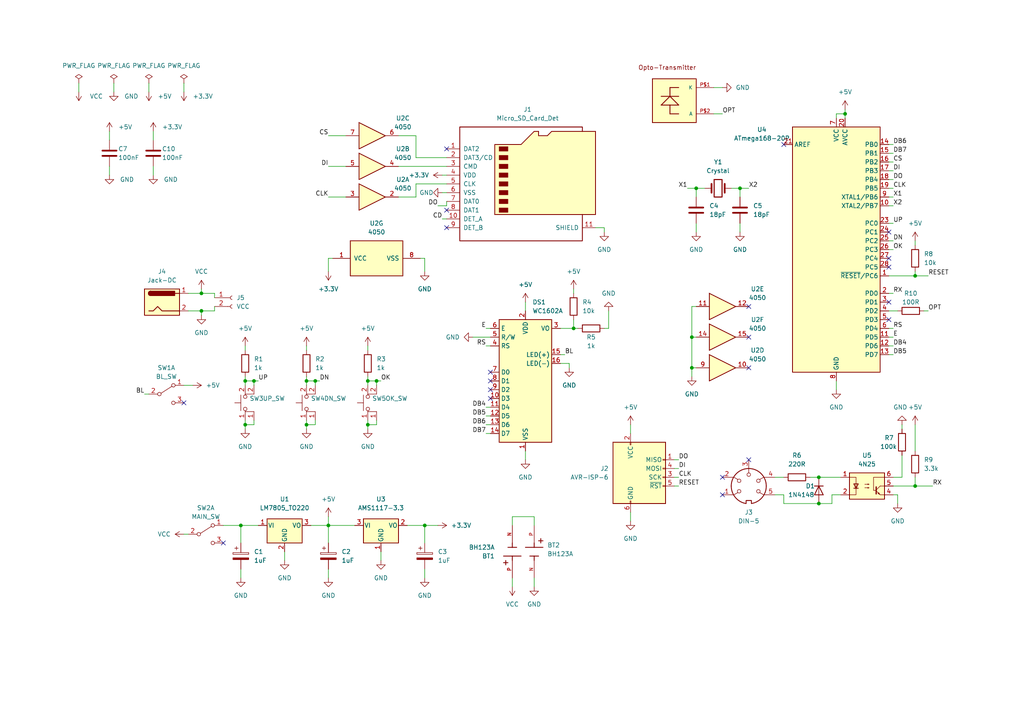
<source format=kicad_sch>
(kicad_sch (version 20211123) (generator eeschema)
  (paper "A4")
  (lib_symbols
    (symbol "4xxx:4050" (pin_names (offset 1.016))
      (property "Reference" "U" (at 0 1.27 0))
      (property "Value" "4050" (at 0 -1.27 0))
      (symbol "4050_1_0"
        (pin output line (at 7.62 0 180) (length 3.81) (name "~") (number "2"))
        (pin input line (at -7.62 0 0) (length 3.81) (name "~") (number "3"))
      )
      (symbol "4050_2_0"
        (pin output line (at 7.62 0 180) (length 3.81) (name "~") (number "4"))
        (pin input line (at -7.62 0 0) (length 3.81) (name "~") (number "5"))
      )
      (symbol "4050_3_0"
        (pin output line (at 7.62 0 180) (length 3.81) (name "~") (number "6"))
        (pin input line (at -7.62 0 0) (length 3.81) (name "~") (number "7"))
      )
      (symbol "4050_4_0"
        (pin output line (at 7.62 0 180) (length 3.81) (name "~") (number "10"))
        (pin input line (at -7.62 0 0) (length 3.81) (name "~") (number "9"))
      )
      (symbol "4050_5_0"
        (pin input line (at -7.62 0 0) (length 3.81) (name "~") (number "11"))
        (pin output line (at 7.62 0 180) (length 3.81) (name "~") (number "12"))
      )
      (symbol "4050_6_0"
        (pin input line (at -7.62 0 0) (length 3.81) (name "~") (number "14"))
        (pin output line (at 7.62 0 180) (length 3.81) (name "~") (number "15"))
      )
      (symbol "4050_7_0"
        (pin power_in line (at 0 12.7 270) (length 5.08) (name "VCC") (number "1"))
        (pin power_in line (at 0 -12.7 90) (length 5.08) (name "VSS") (number "8"))
      )
    )
    (symbol "BH123A:BH123A" (pin_names (offset 1.016) hide)
      (property "Reference" "BT" (at -3.81 3.81 0))
      (property "Value" "BH123A" (at -3.81 -5.08 0))
      (symbol "BH123A_0_0"
        (pin passive line (at 7.62 0 180) (length 5.08) (name "~") (number "N"))
        (pin passive line (at -7.62 0 0) (length 5.08) (name "~") (number "P"))
      )
    )
    (symbol "Connector:AVR-ISP-6" (pin_names (offset 1.016))
      (property "Reference" "J" (at -6.35 11.43 0))
      (property "Value" "AVR-ISP-6" (at 0 11.43 0))
      (symbol "AVR-ISP-6_1_1"
        (pin passive line (at 10.16 5.08 180) (length 2.54) (name "MISO") (number "1"))
        (pin passive line (at -2.54 12.7 270) (length 2.54) (name "VCC") (number "2"))
        (pin passive line (at 10.16 0 180) (length 2.54) (name "SCK") (number "3"))
        (pin passive line (at 10.16 2.54 180) (length 2.54) (name "MOSI") (number "4"))
        (pin passive line (at 10.16 -2.54 180) (length 2.54) (name "~{RST}") (number "5"))
        (pin passive line (at -2.54 -10.16 90) (length 2.54) (name "GND") (number "6"))
      )
    )
    (symbol "Connector:Conn_01x02_Female" (pin_names (offset 1.016) hide)
      (property "Reference" "J" (at 0 2.54 0))
      (property "Value" "Conn_01x02_Female" (at 0 -5.08 0))
      (symbol "Conn_01x02_Female_1_1"
        (pin passive line (at -5.08 0 0) (length 3.81) (name "Pin_1") (number "1"))
        (pin passive line (at -5.08 -2.54 0) (length 3.81) (name "Pin_2") (number "2"))
      )
    )
    (symbol "Connector:DIN-5" (pin_names (offset 1.016))
      (property "Reference" "J" (at 3.175 5.715 0))
      (property "Value" "DIN-5" (at 0 -6.35 0))
      (symbol "DIN-5_1_1"
        (pin passive line (at -7.62 -2.54 0) (length 2.54) (name "~") (number "1"))
        (pin passive line (at -7.62 2.54 0) (length 2.54) (name "~") (number "2"))
        (pin passive line (at 0 7.62 270) (length 2.54) (name "~") (number "3"))
        (pin passive line (at 7.62 2.54 180) (length 2.54) (name "~") (number "4"))
        (pin passive line (at 7.62 -2.54 180) (length 2.54) (name "~") (number "5"))
      )
    )
    (symbol "Connector:Jack-DC" (pin_names (offset 1.016))
      (property "Reference" "J" (at 0 5.334 0))
      (property "Value" "Jack-DC" (at 0 -5.08 0))
      (symbol "Jack-DC_1_1"
        (pin passive line (at 7.62 2.54 180) (length 2.54) (name "~") (number "1"))
        (pin passive line (at 7.62 -2.54 180) (length 2.54) (name "~") (number "2"))
      )
    )
    (symbol "Connector:Micro_SD_Card_Det" (pin_names (offset 1.016))
      (property "Reference" "J" (at -16.51 17.78 0))
      (property "Value" "Micro_SD_Card_Det" (at 16.51 17.78 0))
      (symbol "Micro_SD_Card_Det_1_1"
        (pin bidirectional line (at -22.86 10.16 0) (length 3.81) (name "DAT2") (number "1"))
        (pin passive line (at -22.86 -10.16 0) (length 3.81) (name "DET_A") (number "10"))
        (pin passive line (at 20.32 -12.7 180) (length 3.81) (name "SHIELD") (number "11"))
        (pin bidirectional line (at -22.86 7.62 0) (length 3.81) (name "DAT3/CD") (number "2"))
        (pin input line (at -22.86 5.08 0) (length 3.81) (name "CMD") (number "3"))
        (pin power_in line (at -22.86 2.54 0) (length 3.81) (name "VDD") (number "4"))
        (pin input line (at -22.86 0 0) (length 3.81) (name "CLK") (number "5"))
        (pin power_in line (at -22.86 -2.54 0) (length 3.81) (name "VSS") (number "6"))
        (pin bidirectional line (at -22.86 -5.08 0) (length 3.81) (name "DAT0") (number "7"))
        (pin bidirectional line (at -22.86 -7.62 0) (length 3.81) (name "DAT1") (number "8"))
        (pin passive line (at -22.86 -12.7 0) (length 3.81) (name "DET_B") (number "9"))
      )
    )
    (symbol "Device:C" (pin_numbers hide) (pin_names (offset 0.254))
      (property "Reference" "C" (at 0.635 2.54 0))
      (property "Value" "C" (at 0.635 -2.54 0))
      (symbol "C_1_1"
        (pin passive line (at 0 3.81 270) (length 2.794) (name "~") (number "1"))
        (pin passive line (at 0 -3.81 90) (length 2.794) (name "~") (number "2"))
      )
    )
    (symbol "Device:C_Polarized" (pin_numbers hide) (pin_names (offset 0.254))
      (property "Reference" "C" (at 0.635 2.54 0))
      (property "Value" "C_Polarized" (at 0.635 -2.54 0))
      (symbol "C_Polarized_1_1"
        (pin passive line (at 0 3.81 270) (length 2.794) (name "~") (number "1"))
        (pin passive line (at 0 -3.81 90) (length 2.794) (name "~") (number "2"))
      )
    )
    (symbol "Device:Crystal" (pin_numbers hide) (pin_names (offset 1.016) hide)
      (property "Reference" "Y" (at 0 3.81 0))
      (property "Value" "Crystal" (at 0 -3.81 0))
      (symbol "Crystal_1_1"
        (pin passive line (at -3.81 0 0) (length 1.27) (name "1") (number "1"))
        (pin passive line (at 3.81 0 180) (length 1.27) (name "2") (number "2"))
      )
    )
    (symbol "Device:R" (pin_numbers hide) (pin_names (offset 0))
      (property "Reference" "R" (at 2.032 0 90))
      (property "Value" "R" (at 0 0 90))
      (symbol "R_1_1"
        (pin passive line (at 0 3.81 270) (length 1.27) (name "~") (number "1"))
        (pin passive line (at 0 -3.81 90) (length 1.27) (name "~") (number "2"))
      )
    )
    (symbol "Diode:1N4148" (pin_numbers hide) (pin_names (offset 1.016) hide)
      (property "Reference" "D" (at 0 2.54 0))
      (property "Value" "1N4148" (at 0 -2.54 0))
      (symbol "1N4148_1_1"
        (pin passive line (at -3.81 0 0) (length 2.54) (name "K") (number "1"))
        (pin passive line (at 3.81 0 180) (length 2.54) (name "A") (number "2"))
      )
    )
    (symbol "Display_Character:WC1602A"
      (property "Reference" "DS" (at -5.842 19.05 0))
      (property "Value" "WC1602A" (at 5.334 19.05 0))
      (symbol "WC1602A_1_1"
        (pin power_in line (at 0 -20.32 90) (length 2.54) (name "VSS") (number "1"))
        (pin input line (at -10.16 -5.08 0) (length 2.54) (name "D3") (number "10"))
        (pin input line (at -10.16 -7.62 0) (length 2.54) (name "D4") (number "11"))
        (pin input line (at -10.16 -10.16 0) (length 2.54) (name "D5") (number "12"))
        (pin input line (at -10.16 -12.7 0) (length 2.54) (name "D6") (number "13"))
        (pin input line (at -10.16 -15.24 0) (length 2.54) (name "D7") (number "14"))
        (pin power_in line (at 10.16 7.62 180) (length 2.54) (name "LED(+)") (number "15"))
        (pin power_in line (at 10.16 5.08 180) (length 2.54) (name "LED(-)") (number "16"))
        (pin power_in line (at 0 20.32 270) (length 2.54) (name "VDD") (number "2"))
        (pin input line (at 10.16 15.24 180) (length 2.54) (name "VO") (number "3"))
        (pin input line (at -10.16 10.16 0) (length 2.54) (name "RS") (number "4"))
        (pin input line (at -10.16 12.7 0) (length 2.54) (name "R/W") (number "5"))
        (pin input line (at -10.16 15.24 0) (length 2.54) (name "E") (number "6"))
        (pin input line (at -10.16 2.54 0) (length 2.54) (name "D0") (number "7"))
        (pin input line (at -10.16 0 0) (length 2.54) (name "D1") (number "8"))
        (pin input line (at -10.16 -2.54 0) (length 2.54) (name "D2") (number "9"))
      )
    )
    (symbol "IFE91A:IFE91A" (pin_names (offset 1.016))
      (symbol "IFE91A_0_0"
        (text "Opto-Transmitter" (at -7.62 -7.62 0) (effects (font (size 1.27 1.27)) (justify left bottom)))
        (pin bidirectional line (at -12.7 -2.54 0) (length 5.08) (name "K") (number "P$1"))
        (pin bidirectional line (at -12.7 5.08 0) (length 5.08) (name "A") (number "P$2"))
      )
    )
    (symbol "Isolator:4N25" (pin_names (offset 1.016))
      (property "Reference" "U" (at -5.08 5.08 0))
      (property "Value" "4N25" (at 0 5.08 0))
      (symbol "4N25_1_1"
        (pin passive line (at -7.62 2.54 0) (length 2.54) (name "~") (number "1"))
        (pin passive line (at -7.62 -2.54 0) (length 2.54) (name "~") (number "2"))
        (pin no_connect line (at -5.08 0 0) (length 2.54) hide (name "NC") (number "3"))
        (pin passive line (at 7.62 -2.54 180) (length 2.54) (name "~") (number "4"))
        (pin passive line (at 7.62 0 180) (length 2.54) (name "~") (number "5"))
        (pin passive line (at 7.62 2.54 180) (length 2.54) (name "~") (number "6"))
      )
    )
    (symbol "MCU_Microchip_ATmega:ATmega168-20P"
      (property "Reference" "U" (at -12.7 36.83 0))
      (property "Value" "ATmega168-20P" (at 2.54 -36.83 0))
      (symbol "ATmega168-20P_1_1"
        (pin bidirectional line (at 15.24 -7.62 180) (length 2.54) (name "~{RESET}/PC6") (number "1"))
        (pin bidirectional line (at 15.24 12.7 180) (length 2.54) (name "XTAL2/PB7") (number "10"))
        (pin bidirectional line (at 15.24 -25.4 180) (length 2.54) (name "PD5") (number "11"))
        (pin bidirectional line (at 15.24 -27.94 180) (length 2.54) (name "PD6") (number "12"))
        (pin bidirectional line (at 15.24 -30.48 180) (length 2.54) (name "PD7") (number "13"))
        (pin bidirectional line (at 15.24 30.48 180) (length 2.54) (name "PB0") (number "14"))
        (pin bidirectional line (at 15.24 27.94 180) (length 2.54) (name "PB1") (number "15"))
        (pin bidirectional line (at 15.24 25.4 180) (length 2.54) (name "PB2") (number "16"))
        (pin bidirectional line (at 15.24 22.86 180) (length 2.54) (name "PB3") (number "17"))
        (pin bidirectional line (at 15.24 20.32 180) (length 2.54) (name "PB4") (number "18"))
        (pin bidirectional line (at 15.24 17.78 180) (length 2.54) (name "PB5") (number "19"))
        (pin bidirectional line (at 15.24 -12.7 180) (length 2.54) (name "PD0") (number "2"))
        (pin power_in line (at 2.54 38.1 270) (length 2.54) (name "AVCC") (number "20"))
        (pin passive line (at -15.24 30.48 0) (length 2.54) (name "AREF") (number "21"))
        (pin passive line (at 0 -38.1 90) (length 2.54) hide (name "GND") (number "22"))
        (pin bidirectional line (at 15.24 7.62 180) (length 2.54) (name "PC0") (number "23"))
        (pin bidirectional line (at 15.24 5.08 180) (length 2.54) (name "PC1") (number "24"))
        (pin bidirectional line (at 15.24 2.54 180) (length 2.54) (name "PC2") (number "25"))
        (pin bidirectional line (at 15.24 0 180) (length 2.54) (name "PC3") (number "26"))
        (pin bidirectional line (at 15.24 -2.54 180) (length 2.54) (name "PC4") (number "27"))
        (pin bidirectional line (at 15.24 -5.08 180) (length 2.54) (name "PC5") (number "28"))
        (pin bidirectional line (at 15.24 -15.24 180) (length 2.54) (name "PD1") (number "3"))
        (pin bidirectional line (at 15.24 -17.78 180) (length 2.54) (name "PD2") (number "4"))
        (pin bidirectional line (at 15.24 -20.32 180) (length 2.54) (name "PD3") (number "5"))
        (pin bidirectional line (at 15.24 -22.86 180) (length 2.54) (name "PD4") (number "6"))
        (pin power_in line (at 0 38.1 270) (length 2.54) (name "VCC") (number "7"))
        (pin power_in line (at 0 -38.1 90) (length 2.54) (name "GND") (number "8"))
        (pin bidirectional line (at 15.24 15.24 180) (length 2.54) (name "XTAL1/PB6") (number "9"))
      )
    )
    (symbol "Regulator_Linear:AMS1117-3.3" (pin_names (offset 0.254))
      (property "Reference" "U" (at -3.81 3.175 0))
      (property "Value" "AMS1117-3.3" (at 0 3.175 0))
      (symbol "AMS1117-3.3_1_1"
        (pin power_in line (at 0 -7.62 90) (length 2.54) (name "GND") (number "1"))
        (pin power_out line (at 7.62 0 180) (length 2.54) (name "VO") (number "2"))
        (pin power_in line (at -7.62 0 0) (length 2.54) (name "VI") (number "3"))
      )
    )
    (symbol "Regulator_Linear:LM7805_TO220" (pin_names (offset 0.254))
      (property "Reference" "U" (at -3.81 3.175 0))
      (property "Value" "LM7805_TO220" (at 0 3.175 0))
      (symbol "LM7805_TO220_1_1"
        (pin power_in line (at -7.62 0 0) (length 2.54) (name "VI") (number "1"))
        (pin power_in line (at 0 -7.62 90) (length 2.54) (name "GND") (number "2"))
        (pin power_out line (at 7.62 0 180) (length 2.54) (name "VO") (number "3"))
      )
    )
    (symbol "SW_MEC_5E_1" (pin_names (offset 1.016) hide)
      (property "Reference" "SW3" (at 1.27 1.2701 90))
      (property "Value" "SW_MEC_5E_1" (at 1.27 -1.2699 90))
      (symbol "SW_MEC_5E_1_0_1"
        (pin passive line (at -5.08 2.54 0) (length 2.54) (name "1") (number "1"))
        (pin passive line (at -5.08 0 0) (length 2.54) (name "2") (number "1"))
        (pin passive line (at 5.08 2.54 180) (length 2.54) (name "A") (number "2"))
        (pin passive line (at 5.08 0 180) (length 2.54) (name "K") (number "2"))
      )
    )
    (symbol "Switch:SW_DPDT_x2" (pin_names (offset 0) hide)
      (property "Reference" "SW" (at 0 4.318 0))
      (property "Value" "SW_DPDT_x2" (at 0 -5.08 0))
      (symbol "SW_DPDT_x2_1_1"
        (pin passive line (at 5.08 2.54 180) (length 2.54) (name "A") (number "1"))
        (pin passive line (at -5.08 0 0) (length 2.54) (name "B") (number "2"))
        (pin passive line (at 5.08 -2.54 180) (length 2.54) (name "C") (number "3"))
      )
      (symbol "SW_DPDT_x2_2_1"
        (pin passive line (at 5.08 2.54 180) (length 2.54) (name "A") (number "4"))
        (pin passive line (at -5.08 0 0) (length 2.54) (name "B") (number "5"))
        (pin passive line (at 5.08 -2.54 180) (length 2.54) (name "C") (number "6"))
      )
    )
    (symbol "power:+3.3V" (power) (pin_names (offset 0))
      (property "Value" "+3.3V" (at 0 3.556 0))
      (symbol "+3.3V_1_1"
        (pin power_in line (at 0 0 90) (length 0) hide (name "+3.3V") (number "1"))
      )
    )
    (symbol "power:+5V" (power) (pin_names (offset 0))
      (property "Value" "+5V" (at 0 3.556 0))
      (symbol "+5V_1_1"
        (pin power_in line (at 0 0 90) (length 0) hide (name "+5V") (number "1"))
      )
    )
    (symbol "power:GND" (power) (pin_names (offset 0))
      (property "Value" "GND" (at 0 -3.81 0))
      (symbol "GND_1_1"
        (pin power_in line (at 0 0 270) (length 0) hide (name "GND") (number "1"))
      )
    )
    (symbol "power:PWR_FLAG" (power) (pin_numbers hide) (pin_names (offset 0) hide)
      (property "Value" "PWR_FLAG" (at 0 3.81 0))
      (symbol "PWR_FLAG_0_0"
        (pin power_out line (at 0 0 90) (length 0) (name "pwr") (number "1"))
      )
    )
    (symbol "power:VCC" (power) (pin_names (offset 0))
      (property "Value" "VCC" (at 0 3.81 0))
      (symbol "VCC_1_1"
        (pin power_in line (at 0 0 90) (length 0) hide (name "VCC") (number "1"))
      )
    )
  )
  (junction (at 73.66 110.49))
  (junction (at 200.66 106.68))
  (junction (at 245.11 33.02))
  (junction (at 106.68 123.19))
  (junction (at 166.37 95.25))
  (junction (at 91.44 110.49))
  (junction (at 88.9 123.19))
  (junction (at 88.9 110.49))
  (junction (at 106.68 110.49))
  (junction (at 265.43 140.97))
  (junction (at 58.42 85.09))
  (junction (at 237.49 138.43))
  (junction (at 71.12 123.19))
  (junction (at 265.43 80.01))
  (junction (at 214.63 54.61))
  (junction (at 71.12 110.49))
  (junction (at 201.93 54.61))
  (junction (at 95.25 152.4))
  (junction (at 123.19 152.4))
  (junction (at 58.42 90.17))
  (junction (at 109.22 110.49))
  (junction (at 200.66 97.79))
  (junction (at 69.85 152.4))
  (junction (at 237.49 146.05))
  (no_connect (at 227.33 41.91))
  (no_connect (at 257.81 92.71))
  (no_connect (at 257.81 67.31))
  (no_connect (at 257.81 74.93))
  (no_connect (at 257.81 77.47))
  (no_connect (at 257.81 87.63))
  (no_connect (at 217.17 88.9))
  (no_connect (at 217.17 97.79))
  (no_connect (at 217.17 106.68))
  (no_connect (at 129.54 66.04))
  (no_connect (at 129.54 60.96))
  (no_connect (at 129.54 43.18))
  (no_connect (at 142.24 110.49))
  (no_connect (at 142.24 113.03))
  (no_connect (at 142.24 115.57))
  (no_connect (at 142.24 107.95))
  (no_connect (at 53.34 116.84))
  (no_connect (at 217.17 133.35))
  (no_connect (at 209.55 138.43))
  (no_connect (at 209.55 143.51))
  (no_connect (at 64.77 157.48))
  (wire (pts (xy 257.81 59.69) (xy 259.08 59.69)))
  (wire (pts (xy 71.12 109.22) (xy 71.12 110.49)))
  (wire (pts (xy 201.93 54.61) (xy 204.47 54.61)))
  (wire (pts (xy 62.23 86.36) (xy 62.23 85.09)))
  (wire (pts (xy 257.81 44.45) (xy 259.08 44.45)))
  (wire (pts (xy 257.81 57.15) (xy 259.08 57.15)))
  (wire (pts (xy 200.66 106.68) (xy 200.66 109.22)))
  (wire (pts (xy 154.94 152.4) (xy 154.94 149.86)))
  (wire (pts (xy 175.26 66.04) (xy 175.26 67.31)))
  (wire (pts (xy 195.58 135.89) (xy 196.85 135.89)))
  (wire (pts (xy 176.53 90.17) (xy 176.53 95.25)))
  (wire (pts (xy 201.93 88.9) (xy 200.66 88.9)))
  (wire (pts (xy 140.97 125.73) (xy 142.24 125.73)))
  (wire (pts (xy 140.97 123.19) (xy 142.24 123.19)))
  (wire (pts (xy 82.55 160.02) (xy 82.55 162.56)))
  (wire (pts (xy 44.45 38.1) (xy 44.45 40.64)))
  (wire (pts (xy 257.81 90.17) (xy 260.35 90.17)))
  (wire (pts (xy 140.97 118.11) (xy 142.24 118.11)))
  (wire (pts (xy 259.08 140.97) (xy 265.43 140.97)))
  (wire (pts (xy 88.9 123.19) (xy 88.9 124.46)))
  (wire (pts (xy 109.22 121.92) (xy 109.22 123.19)))
  (wire (pts (xy 257.81 72.39) (xy 259.08 72.39)))
  (wire (pts (xy 88.9 121.92) (xy 88.9 123.19)))
  (wire (pts (xy 58.42 85.09) (xy 58.42 83.82)))
  (wire (pts (xy 71.12 100.33) (xy 71.12 101.6)))
  (wire (pts (xy 115.57 57.15) (xy 120.65 57.15)))
  (wire (pts (xy 242.57 110.49) (xy 242.57 113.03)))
  (wire (pts (xy 267.97 90.17) (xy 269.24 90.17)))
  (wire (pts (xy 71.12 110.49) (xy 73.66 110.49)))
  (wire (pts (xy 120.65 45.72) (xy 129.54 45.72)))
  (wire (pts (xy 128.27 63.5) (xy 129.54 63.5)))
  (wire (pts (xy 62.23 88.9) (xy 62.23 90.17)))
  (wire (pts (xy 120.65 39.37) (xy 120.65 45.72)))
  (wire (pts (xy 127 59.69) (xy 129.54 59.69)))
  (wire (pts (xy 261.62 123.19) (xy 261.62 124.46)))
  (wire (pts (xy 257.81 46.99) (xy 259.08 46.99)))
  (wire (pts (xy 95.25 149.86) (xy 95.25 152.4)))
  (wire (pts (xy 95.25 165.1) (xy 95.25 167.64)))
  (wire (pts (xy 69.85 165.1) (xy 69.85 167.64)))
  (wire (pts (xy 22.86 24.13) (xy 22.86 26.67)))
  (wire (pts (xy 243.84 143.51) (xy 241.3 143.51)))
  (wire (pts (xy 234.95 138.43) (xy 237.49 138.43)))
  (wire (pts (xy 95.25 57.15) (xy 100.33 57.15)))
  (wire (pts (xy 201.93 57.15) (xy 201.93 54.61)))
  (wire (pts (xy 199.39 54.61) (xy 201.93 54.61)))
  (wire (pts (xy 237.49 138.43) (xy 243.84 138.43)))
  (wire (pts (xy 91.44 123.19) (xy 91.44 121.92)))
  (wire (pts (xy 257.81 95.25) (xy 259.08 95.25)))
  (wire (pts (xy 73.66 110.49) (xy 73.66 111.76)))
  (wire (pts (xy 88.9 100.33) (xy 88.9 101.6)))
  (wire (pts (xy 91.44 110.49) (xy 92.71 110.49)))
  (wire (pts (xy 245.11 33.02) (xy 245.11 34.29)))
  (wire (pts (xy 73.66 123.19) (xy 73.66 121.92)))
  (wire (pts (xy 162.56 105.41) (xy 165.1 105.41)))
  (wire (pts (xy 224.79 138.43) (xy 227.33 138.43)))
  (wire (pts (xy 257.81 80.01) (xy 265.43 80.01)))
  (wire (pts (xy 259.08 138.43) (xy 261.62 138.43)))
  (wire (pts (xy 165.1 105.41) (xy 165.1 106.68)))
  (wire (pts (xy 123.19 152.4) (xy 127 152.4)))
  (wire (pts (xy 110.49 160.02) (xy 110.49 162.56)))
  (wire (pts (xy 120.65 57.15) (xy 120.65 53.34)))
  (wire (pts (xy 71.12 123.19) (xy 73.66 123.19)))
  (wire (pts (xy 241.3 143.51) (xy 241.3 146.05)))
  (wire (pts (xy 137.16 97.79) (xy 142.24 97.79)))
  (wire (pts (xy 31.75 38.1) (xy 31.75 40.64)))
  (wire (pts (xy 214.63 64.77) (xy 214.63 67.31)))
  (wire (pts (xy 123.19 152.4) (xy 123.19 157.48)))
  (wire (pts (xy 95.25 152.4) (xy 102.87 152.4)))
  (wire (pts (xy 257.81 102.87) (xy 259.08 102.87)))
  (wire (pts (xy 265.43 80.01) (xy 269.24 80.01)))
  (wire (pts (xy 214.63 54.61) (xy 214.63 57.15)))
  (wire (pts (xy 120.65 53.34) (xy 129.54 53.34)))
  (wire (pts (xy 109.22 110.49) (xy 110.49 110.49)))
  (wire (pts (xy 200.66 97.79) (xy 200.66 106.68)))
  (wire (pts (xy 106.68 109.22) (xy 106.68 110.49)))
  (wire (pts (xy 44.45 48.26) (xy 44.45 50.8)))
  (wire (pts (xy 242.57 33.02) (xy 245.11 33.02)))
  (wire (pts (xy 71.12 123.19) (xy 71.12 124.46)))
  (wire (pts (xy 73.66 110.49) (xy 74.93 110.49)))
  (wire (pts (xy 265.43 140.97) (xy 270.51 140.97)))
  (wire (pts (xy 257.81 64.77) (xy 259.08 64.77)))
  (wire (pts (xy 257.81 69.85) (xy 259.08 69.85)))
  (wire (pts (xy 152.4 87.63) (xy 152.4 90.17)))
  (wire (pts (xy 106.68 123.19) (xy 106.68 124.46)))
  (wire (pts (xy 207.01 25.4) (xy 209.55 25.4)))
  (wire (pts (xy 265.43 123.19) (xy 265.43 130.81)))
  (wire (pts (xy 123.19 165.1) (xy 123.19 167.64)))
  (wire (pts (xy 129.54 59.69) (xy 129.54 58.42)))
  (wire (pts (xy 106.68 121.92) (xy 106.68 123.19)))
  (wire (pts (xy 140.97 120.65) (xy 142.24 120.65)))
  (wire (pts (xy 227.33 146.05) (xy 237.49 146.05)))
  (wire (pts (xy 33.02 24.13) (xy 33.02 26.67)))
  (wire (pts (xy 69.85 152.4) (xy 69.85 157.48)))
  (wire (pts (xy 140.97 95.25) (xy 142.24 95.25)))
  (wire (pts (xy 54.61 85.09) (xy 58.42 85.09)))
  (wire (pts (xy 148.59 167.64) (xy 148.59 170.18)))
  (wire (pts (xy 109.22 123.19) (xy 106.68 123.19)))
  (wire (pts (xy 154.94 167.64) (xy 154.94 170.18)))
  (wire (pts (xy 58.42 90.17) (xy 54.61 90.17)))
  (wire (pts (xy 128.27 50.8) (xy 129.54 50.8)))
  (wire (pts (xy 257.81 85.09) (xy 259.08 85.09)))
  (wire (pts (xy 172.72 66.04) (xy 175.26 66.04)))
  (wire (pts (xy 195.58 140.97) (xy 196.85 140.97)))
  (wire (pts (xy 95.25 48.26) (xy 100.33 48.26)))
  (wire (pts (xy 195.58 138.43) (xy 196.85 138.43)))
  (wire (pts (xy 265.43 78.74) (xy 265.43 80.01)))
  (wire (pts (xy 31.75 48.26) (xy 31.75 50.8)))
  (wire (pts (xy 95.25 152.4) (xy 95.25 157.48)))
  (wire (pts (xy 41.91 114.3) (xy 43.18 114.3)))
  (wire (pts (xy 214.63 54.61) (xy 217.17 54.61)))
  (wire (pts (xy 166.37 83.82) (xy 166.37 85.09)))
  (wire (pts (xy 200.66 88.9) (xy 200.66 97.79)))
  (wire (pts (xy 154.94 149.86) (xy 148.59 149.86)))
  (wire (pts (xy 115.57 39.37) (xy 120.65 39.37)))
  (wire (pts (xy 162.56 102.87) (xy 163.83 102.87)))
  (wire (pts (xy 64.77 152.4) (xy 69.85 152.4)))
  (wire (pts (xy 261.62 138.43) (xy 261.62 132.08)))
  (wire (pts (xy 115.57 48.26) (xy 129.54 48.26)))
  (wire (pts (xy 200.66 97.79) (xy 201.93 97.79)))
  (wire (pts (xy 148.59 149.86) (xy 148.59 152.4)))
  (wire (pts (xy 69.85 152.4) (xy 74.93 152.4)))
  (wire (pts (xy 152.4 130.81) (xy 152.4 133.35)))
  (wire (pts (xy 242.57 34.29) (xy 242.57 33.02)))
  (wire (pts (xy 128.27 55.88) (xy 129.54 55.88)))
  (wire (pts (xy 88.9 110.49) (xy 91.44 110.49)))
  (wire (pts (xy 121.92 74.93) (xy 123.19 74.93)))
  (wire (pts (xy 90.17 152.4) (xy 95.25 152.4)))
  (wire (pts (xy 88.9 110.49) (xy 88.9 111.76)))
  (wire (pts (xy 118.11 152.4) (xy 123.19 152.4)))
  (wire (pts (xy 53.34 111.76) (xy 55.88 111.76)))
  (wire (pts (xy 123.19 74.93) (xy 123.19 78.74)))
  (wire (pts (xy 95.25 74.93) (xy 96.52 74.93)))
  (wire (pts (xy 257.81 97.79) (xy 259.08 97.79)))
  (wire (pts (xy 257.81 52.07) (xy 259.08 52.07)))
  (wire (pts (xy 257.81 41.91) (xy 259.08 41.91)))
  (wire (pts (xy 62.23 85.09) (xy 58.42 85.09)))
  (wire (pts (xy 106.68 110.49) (xy 106.68 111.76)))
  (wire (pts (xy 257.81 100.33) (xy 259.08 100.33)))
  (wire (pts (xy 62.23 90.17) (xy 58.42 90.17)))
  (wire (pts (xy 166.37 92.71) (xy 166.37 95.25)))
  (wire (pts (xy 162.56 95.25) (xy 166.37 95.25)))
  (wire (pts (xy 201.93 64.77) (xy 201.93 67.31)))
  (wire (pts (xy 212.09 54.61) (xy 214.63 54.61)))
  (wire (pts (xy 245.11 33.02) (xy 245.11 31.75)))
  (wire (pts (xy 106.68 110.49) (xy 109.22 110.49)))
  (wire (pts (xy 58.42 91.44) (xy 58.42 90.17)))
  (wire (pts (xy 109.22 110.49) (xy 109.22 111.76)))
  (wire (pts (xy 166.37 95.25) (xy 167.64 95.25)))
  (wire (pts (xy 95.25 78.74) (xy 95.25 74.93)))
  (wire (pts (xy 265.43 69.85) (xy 265.43 71.12)))
  (wire (pts (xy 265.43 140.97) (xy 265.43 138.43)))
  (wire (pts (xy 227.33 143.51) (xy 227.33 146.05)))
  (wire (pts (xy 182.88 123.19) (xy 182.88 125.73)))
  (wire (pts (xy 237.49 146.05) (xy 241.3 146.05)))
  (wire (pts (xy 140.97 100.33) (xy 142.24 100.33)))
  (wire (pts (xy 106.68 100.33) (xy 106.68 101.6)))
  (wire (pts (xy 53.34 154.94) (xy 54.61 154.94)))
  (wire (pts (xy 53.34 24.13) (xy 53.34 26.67)))
  (wire (pts (xy 200.66 106.68) (xy 201.93 106.68)))
  (wire (pts (xy 88.9 123.19) (xy 91.44 123.19)))
  (wire (pts (xy 227.33 143.51) (xy 224.79 143.51)))
  (wire (pts (xy 207.01 33.02) (xy 209.55 33.02)))
  (wire (pts (xy 71.12 121.92) (xy 71.12 123.19)))
  (wire (pts (xy 88.9 109.22) (xy 88.9 110.49)))
  (wire (pts (xy 259.08 143.51) (xy 260.35 143.51)))
  (wire (pts (xy 43.18 24.13) (xy 43.18 26.67)))
  (wire (pts (xy 195.58 133.35) (xy 196.85 133.35)))
  (wire (pts (xy 260.35 143.51) (xy 260.35 146.05)))
  (wire (pts (xy 257.81 54.61) (xy 259.08 54.61)))
  (wire (pts (xy 257.81 49.53) (xy 259.08 49.53)))
  (wire (pts (xy 95.25 39.37) (xy 100.33 39.37)))
  (wire (pts (xy 182.88 148.59) (xy 182.88 151.13)))
  (wire (pts (xy 71.12 110.49) (xy 71.12 111.76)))
  (wire (pts (xy 91.44 110.49) (xy 91.44 111.76)))
  (wire (pts (xy 176.53 95.25) (xy 175.26 95.25)))
  (label "DO" (at 259.08 52.07 0))
  (label "OPT" (at 209.55 33.02 0))
  (label "CD" (at 128.27 63.5 180))
  (label "CLK" (at 196.85 138.43 0))
  (label "X2" (at 217.17 54.61 0))
  (label "OK" (at 259.08 72.39 0))
  (label "CLK" (at 95.25 57.15 180))
  (label "DI" (at 259.08 49.53 0))
  (label "RX" (at 259.08 85.09 0))
  (label "CS" (at 95.25 39.37 180))
  (label "DN" (at 92.71 110.49 0))
  (label "RESET" (at 196.85 140.97 0))
  (label "DB6" (at 259.08 41.91 0))
  (label "X1" (at 199.39 54.61 180))
  (label "DI" (at 95.25 48.26 180))
  (label "E" (at 259.08 97.79 0))
  (label "DO" (at 196.85 133.35 0))
  (label "DB7" (at 140.97 125.73 180))
  (label "UP" (at 259.08 64.77 0))
  (label "X2" (at 259.08 59.69 0))
  (label "DN" (at 259.08 69.85 0))
  (label "CLK" (at 259.08 54.61 0))
  (label "OK" (at 110.49 110.49 0))
  (label "X1" (at 259.08 57.15 0))
  (label "CS" (at 259.08 46.99 0))
  (label "DO" (at 127 59.69 180))
  (label "DB6" (at 140.97 123.19 180))
  (label "BL" (at 41.91 114.3 180))
  (label "DB5" (at 259.08 102.87 0))
  (label "RESET" (at 269.24 80.01 0))
  (label "DB5" (at 140.97 120.65 180))
  (label "RS" (at 259.08 95.25 0))
  (label "DB4" (at 259.08 100.33 0))
  (label "RX" (at 270.51 140.97 0))
  (label "RS" (at 140.97 100.33 180))
  (label "OPT" (at 269.24 90.17 0))
  (label "DB7" (at 259.08 44.45 0))
  (label "UP" (at 74.93 110.49 0))
  (label "DB4" (at 140.97 118.11 180))
  (label "DI" (at 196.85 135.89 0))
  (label "E" (at 140.97 95.25 180))
  (label "BL" (at 163.83 102.87 0))
  (symbol (lib_id "power:+5V") (at 152.4 87.63 0) (unit 1)
    (property "Reference" "#PWR0118" (effects hide))
    (property "Value" "+5V" (at 152.4 82.55 0))
  )
  (symbol (lib_id "power:+5V") (at 43.18 26.67 180) (unit 1)
    (property "Reference" "#PWR0139" (effects hide))
    (property "Value" "+5V" (at 45.72 27.9399 0) (effects (justify right)))
  )
  (symbol (lib_name "SW_MEC_5E_1") (lib_id "Switch:SW_MEC_5E") (at 109.22 116.84 90) (unit 1)
    (property "Reference" "SW5" (at 107.9499 115.57 90) (effects (justify right)))
    (property "Value" "OK_SW" (at 111.76 115.57 90) (effects (justify right)))
    (property "Footprint" "Button_Switch_THT:SW_PUSH_6mm_H7.3mm" (effects hide))
    (property "Datasheet" "http://www.apem.com/int/index.php?controller=attachment&id_attachment=1371" (effects hide))
  )
  (symbol (lib_id "power:+5V") (at 166.37 83.82 0) (unit 1)
    (property "Reference" "#PWR0117" (effects hide))
    (property "Value" "+5V" (at 166.37 78.74 0))
  )
  (symbol (lib_id "Device:R") (at 71.12 105.41 0) (unit 1)
    (property "Reference" "R1" (at 73.66 104.1399 0) (effects (justify left)))
    (property "Value" "1k" (at 73.66 106.6799 0) (effects (justify left)))
    (property "Footprint" "Resistor_THT:R_Axial_DIN0204_L3.6mm_D1.6mm_P7.62mm_Horizontal" (effects hide))
  )
  (symbol (lib_id "power:GND") (at 128.27 55.88 270) (unit 1)
    (property "Reference" "#PWR0115" (effects hide))
    (property "Value" "GND" (at 125.73 55.88 90) (effects (justify right)))
  )
  (symbol (lib_id "Device:R") (at 166.37 88.9 180) (unit 1)
    (property "Reference" "R4" (at 168.91 87.6299 0) (effects (justify right)))
    (property "Value" "10k" (at 168.91 90.1699 0) (effects (justify right)))
    (property "Footprint" "Resistor_THT:R_Axial_DIN0204_L3.6mm_D1.6mm_P7.62mm_Horizontal" (effects hide))
  )
  (symbol (lib_id "Device:R") (at 106.68 105.41 0) (unit 1)
    (property "Reference" "R3" (at 109.22 104.1399 0) (effects (justify left)))
    (property "Value" "1k" (at 109.22 106.6799 0) (effects (justify left)))
    (property "Footprint" "Resistor_THT:R_Axial_DIN0204_L3.6mm_D1.6mm_P7.62mm_Horizontal" (effects hide))
  )
  (symbol (lib_id "power:+5V") (at 88.9 100.33 0) (unit 1)
    (property "Reference" "#PWR0128" (effects hide))
    (property "Value" "+5V" (at 88.9 95.25 0))
  )
  (symbol (lib_id "BH123A:BH123A") (at 148.59 160.02 90) (unit 1)
    (property "Reference" "BT1" (at 143.51 161.29 90) (effects (justify left)))
    (property "Value" "BH123A" (at 143.51 158.75 90) (effects (justify left)))
    (property "Footprint" "BH123A:BAT_BH123A" (effects hide))
    (property "STANDARD" "Manufacturer Recommendations" (effects hide))
    (property "MANUFACTURER" "MPD" (effects hide))
    (property "PARTREV" "E" (effects hide))
    (property "MAXIMUM_PACKAGE_HEIGHT" "12.09mm" (effects hide))
  )
  (symbol (lib_id "Device:C_Polarized") (at 123.19 161.29 0) (unit 1)
    (property "Reference" "C3" (at 127 160.02 0) (effects (justify left)))
    (property "Value" "1uF" (at 127 162.56 0) (effects (justify left)))
    (property "Footprint" "Capacitor_THT:C_Disc_D5.1mm_W3.2mm_P5.00mm" (effects hide))
  )
  (symbol (lib_id "Device:R") (at 264.16 90.17 90) (unit 1)
    (property "Reference" "R10" (at 264.16 85.09 90))
    (property "Value" "100R" (at 264.16 87.63 90))
    (property "Footprint" "Resistor_THT:R_Axial_DIN0204_L3.6mm_D1.6mm_P7.62mm_Horizontal" (effects hide))
  )
  (symbol (lib_id "power:GND") (at 123.19 78.74 0) (unit 1)
    (property "Reference" "#PWR0119" (effects hide))
    (property "Value" "GND" (at 123.19 83.82 0))
  )
  (symbol (lib_id "power:+5V") (at 245.11 31.75 0) (unit 1)
    (property "Reference" "#PWR0113" (effects hide))
    (property "Value" "+5V" (at 245.11 26.67 0))
  )
  (symbol (lib_id "power:GND") (at 260.35 146.05 0) (unit 1)
    (property "Reference" "#PWR0106" (effects hide))
    (property "Value" "GND" (at 260.35 151.13 0))
  )
  (symbol (lib_id "Device:R") (at 265.43 74.93 0) (unit 1)
    (property "Reference" "R8" (at 267.97 73.6599 0) (effects (justify left)))
    (property "Value" "10k" (at 267.97 76.1999 0) (effects (justify left)))
    (property "Footprint" "Resistor_THT:R_Axial_DIN0204_L3.6mm_D1.6mm_P7.62mm_Horizontal" (effects hide))
  )
  (symbol (lib_id "power:+3.3V") (at 53.34 26.67 180) (unit 1)
    (property "Reference" "#PWR0140" (effects hide))
    (property "Value" "+3.3V" (at 55.88 27.9399 0) (effects (justify right)))
  )
  (symbol (lib_id "power:VCC") (at 58.42 83.82 0) (unit 1)
    (property "Reference" "#PWR03" (effects hide))
    (property "Value" "VCC" (at 58.42 78.74 0))
  )
  (symbol (lib_id "BH123A:BH123A") (at 154.94 160.02 270) (unit 1)
    (property "Reference" "BT2" (at 158.75 158.1149 90) (effects (justify left)))
    (property "Value" "BH123A" (at 158.75 160.6549 90) (effects (justify left)))
    (property "Footprint" "BH123A:BAT_BH123A" (effects hide))
    (property "STANDARD" "Manufacturer Recommendations" (effects hide))
    (property "MANUFACTURER" "MPD" (effects hide))
    (property "PARTREV" "E" (effects hide))
    (property "MAXIMUM_PACKAGE_HEIGHT" "12.09mm" (effects hide))
  )
  (symbol (lib_id "power:GND") (at 33.02 26.67 0) (unit 1)
    (property "Reference" "#PWR0143" (effects hide))
    (property "Value" "GND" (at 38.1 27.94 0))
  )
  (symbol (lib_id "Device:R") (at 261.62 128.27 180) (unit 1)
    (property "Reference" "R7" (at 256.54 127 0) (effects (justify right)))
    (property "Value" "100k" (at 255.27 129.54 0) (effects (justify right)))
    (property "Footprint" "Resistor_THT:R_Axial_DIN0204_L3.6mm_D1.6mm_P7.62mm_Horizontal" (effects hide))
  )
  (symbol (lib_id "Device:C") (at 214.63 60.96 0) (unit 1)
    (property "Reference" "C5" (at 218.44 59.6899 0) (effects (justify left)))
    (property "Value" "18pF" (at 218.44 62.2299 0) (effects (justify left)))
    (property "Footprint" "Capacitor_THT:C_Disc_D5.1mm_W3.2mm_P5.00mm" (effects hide))
  )
  (symbol (lib_id "power:GND") (at 95.25 167.64 0) (unit 1)
    (property "Reference" "#PWR0131" (effects hide))
    (property "Value" "GND" (at 95.25 172.72 0))
  )
  (symbol (lib_id "power:GND") (at 152.4 133.35 0) (unit 1)
    (property "Reference" "#PWR0121" (effects hide))
    (property "Value" "GND" (at 152.4 138.43 0))
  )
  (symbol (lib_id "Device:C") (at 201.93 60.96 0) (unit 1)
    (property "Reference" "C4" (at 205.74 59.6899 0) (effects (justify left)))
    (property "Value" "18pF" (at 205.74 62.2299 0) (effects (justify left)))
    (property "Footprint" "Capacitor_THT:C_Disc_D5.1mm_W3.2mm_P5.00mm" (effects hide))
  )
  (symbol (lib_id "power:PWR_FLAG") (at 33.02 24.13 0) (unit 1)
    (property "Reference" "#FLG0103" (effects hide))
    (property "Value" "PWR_FLAG" (at 33.02 19.05 0))
  )
  (symbol (lib_id "power:+5V") (at 182.88 123.19 0) (unit 1)
    (property "Reference" "#PWR0111" (effects hide))
    (property "Value" "+5V" (at 182.88 118.11 0))
  )
  (symbol (lib_id "power:GND") (at 201.93 67.31 0) (unit 1)
    (property "Reference" "#PWR0103" (effects hide))
    (property "Value" "GND" (at 201.93 72.39 0))
  )
  (symbol (lib_id "power:+3.3V") (at 127 152.4 270) (unit 1)
    (property "Reference" "#PWR0133" (effects hide))
    (property "Value" "+3.3V" (at 130.81 152.3999 90) (effects (justify left)))
  )
  (symbol (lib_id "4xxx:4050") (at 209.55 88.9 0) (unit 5)
    (property "Reference" "U2" (at 219.71 83.82 0))
    (property "Value" "4050" (at 219.71 86.36 0))
    (property "Footprint" "Package_DIP:DIP-16_W7.62mm" (effects hide))
    (property "Datasheet" "http://www.intersil.com/content/dam/intersil/documents/cd40/cd4050bms.pdf" (effects hide))
  )
  (symbol (lib_id "power:GND") (at 123.19 167.64 0) (unit 1)
    (property "Reference" "#PWR0129" (effects hide))
    (property "Value" "GND" (at 123.19 172.72 0))
  )
  (symbol (lib_id "power:GND") (at 58.42 91.44 0) (unit 1)
    (property "Reference" "#PWR04" (effects hide))
    (property "Value" "GND" (at 58.42 96.52 0))
  )
  (symbol (lib_id "power:GND") (at 106.68 124.46 0) (unit 1)
    (property "Reference" "#PWR0125" (effects hide))
    (property "Value" "GND" (at 106.68 129.54 0))
  )
  (symbol (lib_id "Regulator_Linear:AMS1117-3.3") (at 110.49 152.4 0) (unit 1)
    (property "Reference" "U3" (at 110.49 144.78 0))
    (property "Value" "AMS1117-3.3" (at 110.49 147.32 0))
    (property "Footprint" "Package_TO_SOT_SMD:SOT-223-3_TabPin2" (effects hide))
    (property "Datasheet" "http://www.advanced-monolithic.com/pdf/ds1117.pdf" (effects hide))
  )
  (symbol (lib_id "power:GND") (at 175.26 67.31 0) (unit 1)
    (property "Reference" "#PWR0102" (effects hide))
    (property "Value" "GND" (at 175.26 72.39 0))
  )
  (symbol (lib_id "power:GND") (at 82.55 162.56 0) (unit 1)
    (property "Reference" "#PWR0137" (effects hide))
    (property "Value" "GND" (at 82.55 167.64 0))
  )
  (symbol (lib_id "power:GND") (at 200.66 109.22 0) (unit 1)
    (property "Reference" "#PWR0110" (effects hide))
    (property "Value" "GND" (at 200.66 114.3 0))
  )
  (symbol (lib_id "power:GND") (at 69.85 167.64 0) (unit 1)
    (property "Reference" "#PWR0138" (effects hide))
    (property "Value" "GND" (at 69.85 172.72 0))
  )
  (symbol (lib_id "power:GND") (at 209.55 25.4 90) (unit 1)
    (property "Reference" "#PWR0146" (effects hide))
    (property "Value" "GND" (at 213.36 25.3999 90) (effects (justify right)))
  )
  (symbol (lib_id "power:VCC") (at 22.86 26.67 180) (unit 1)
    (property "Reference" "#PWR0142" (effects hide))
    (property "Value" "VCC" (at 27.94 27.94 0))
  )
  (symbol (lib_id "4xxx:4050") (at 209.55 97.79 0) (unit 6)
    (property "Reference" "U2" (at 219.71 92.71 0))
    (property "Value" "4050" (at 219.71 95.25 0))
    (property "Footprint" "Package_DIP:DIP-16_W7.62mm" (effects hide))
    (property "Datasheet" "http://www.intersil.com/content/dam/intersil/documents/cd40/cd4050bms.pdf" (effects hide))
  )
  (symbol (lib_id "Connector:Conn_01x02_Female") (at 67.31 86.36 0) (unit 1)
    (property "Reference" "J5" (at 68.58 86.3599 0) (effects (justify left)))
    (property "Value" "VCC" (at 68.58 88.8999 0) (effects (justify left)))
    (property "Footprint" "Connector_PinSocket_2.54mm:PinSocket_1x02_P2.54mm_Vertical" (effects hide))
  )
  (symbol (lib_id "power:GND") (at 110.49 162.56 0) (unit 1)
    (property "Reference" "#PWR0130" (effects hide))
    (property "Value" "GND" (at 110.49 167.64 0))
  )
  (symbol (lib_id "power:GND") (at 137.16 97.79 270) (unit 1)
    (property "Reference" "#PWR0124" (effects hide))
    (property "Value" "GND" (at 133.35 97.7899 90) (effects (justify right)))
  )
  (symbol (lib_id "power:VCC") (at 148.59 170.18 180) (unit 1)
    (property "Reference" "#PWR0122" (effects hide))
    (property "Value" "VCC" (at 148.59 175.26 0))
  )
  (symbol (lib_id "power:+5V") (at 31.75 38.1 0) (unit 1)
    (property "Reference" "#PWR01" (effects hide))
    (property "Value" "+5V" (at 34.29 36.8299 0) (effects (justify left)))
  )
  (symbol (lib_id "power:PWR_FLAG") (at 43.18 24.13 0) (unit 1)
    (property "Reference" "#FLG0101" (effects hide))
    (property "Value" "PWR_FLAG" (at 43.18 19.05 0))
  )
  (symbol (lib_id "Connector:AVR-ISP-6") (at 185.42 138.43 0) (unit 1)
    (property "Reference" "J2" (at 176.53 135.8899 0) (effects (justify right)))
    (property "Value" "AVR-ISP-6" (at 176.53 138.4299 0) (effects (justify right)))
    (property "Footprint" "Connector_PinSocket_2.54mm:PinSocket_2x03_P2.54mm_Vertical" (effects hide))
    (property "Datasheet" " ~" (effects hide))
  )
  (symbol (lib_id "power:GND") (at 71.12 124.46 0) (unit 1)
    (property "Reference" "#PWR0134" (effects hide))
    (property "Value" "GND" (at 71.12 129.54 0))
  )
  (symbol (lib_id "Device:C") (at 31.75 44.45 0) (unit 1)
    (property "Reference" "C7" (at 34.29 43.18 0) (effects (justify left)))
    (property "Value" "100nF" (at 34.29 45.72 0) (effects (justify left)))
    (property "Footprint" "Capacitor_THT:C_Disc_D5.1mm_W3.2mm_P5.00mm" (effects hide))
  )
  (symbol (lib_id "Device:C_Polarized") (at 69.85 161.29 0) (unit 1)
    (property "Reference" "C1" (at 73.66 160.02 0) (effects (justify left)))
    (property "Value" "1uF" (at 73.66 162.56 0) (effects (justify left)))
    (property "Footprint" "Capacitor_THT:C_Disc_D5.1mm_W3.2mm_P5.00mm" (effects hide))
  )
  (symbol (lib_id "power:+5V") (at 71.12 100.33 0) (unit 1)
    (property "Reference" "#PWR0135" (effects hide))
    (property "Value" "+5V" (at 71.12 95.25 0))
  )
  (symbol (lib_id "power:+5V") (at 265.43 123.19 0) (unit 1)
    (property "Reference" "#PWR0107" (effects hide))
    (property "Value" "+5V" (at 265.43 118.11 0))
  )
  (symbol (lib_id "Device:Crystal") (at 208.28 54.61 180) (unit 1)
    (property "Reference" "Y1" (at 208.28 46.99 0))
    (property "Value" "Crystal" (at 208.28 49.53 0))
    (property "Footprint" "Crystal:Crystal_HC49-4H_Vertical" (effects hide))
  )
  (symbol (lib_id "4xxx:4050") (at 109.22 74.93 90) (unit 7)
    (property "Reference" "U2" (at 109.22 64.77 90))
    (property "Value" "4050" (at 109.22 67.31 90))
    (property "Footprint" "Package_DIP:DIP-16_W7.62mm" (effects hide))
    (property "Datasheet" "http://www.intersil.com/content/dam/intersil/documents/cd40/cd4050bms.pdf" (effects hide))
  )
  (symbol (lib_id "Device:C_Polarized") (at 95.25 161.29 0) (unit 1)
    (property "Reference" "C2" (at 99.06 160.02 0) (effects (justify left)))
    (property "Value" "1uF" (at 99.06 162.56 0) (effects (justify left)))
    (property "Footprint" "Capacitor_THT:C_Disc_D5.1mm_W3.2mm_P5.00mm" (effects hide))
  )
  (symbol (lib_id "Device:C") (at 44.45 44.45 0) (unit 1)
    (property "Reference" "C10" (at 46.99 43.18 0) (effects (justify left)))
    (property "Value" "100nF" (at 46.99 45.72 0) (effects (justify left)))
    (property "Footprint" "Capacitor_THT:C_Disc_D5.1mm_W3.2mm_P5.00mm" (effects hide))
  )
  (symbol (lib_id "power:GND") (at 242.57 113.03 0) (unit 1)
    (property "Reference" "#PWR0109" (effects hide))
    (property "Value" "GND" (at 242.57 118.11 0))
  )
  (symbol (lib_id "power:+3.3V") (at 44.45 38.1 0) (unit 1)
    (property "Reference" "#PWR02" (effects hide))
    (property "Value" "+3.3V" (at 46.99 36.8299 0) (effects (justify left)))
  )
  (symbol (lib_id "power:+3.3V") (at 128.27 50.8 90) (unit 1)
    (property "Reference" "#PWR0116" (effects hide))
    (property "Value" "+3.3V" (at 124.46 50.8 90) (effects (justify left)))
  )
  (symbol (lib_id "power:+3.3V") (at 95.25 78.74 180) (unit 1)
    (property "Reference" "#PWR0120" (effects hide))
    (property "Value" "+3.3V" (at 95.25 83.82 0))
  )
  (symbol (lib_id "Device:R") (at 88.9 105.41 0) (unit 1)
    (property "Reference" "R2" (at 91.44 104.1399 0) (effects (justify left)))
    (property "Value" "1k" (at 91.44 106.6799 0) (effects (justify left)))
    (property "Footprint" "Resistor_THT:R_Axial_DIN0204_L3.6mm_D1.6mm_P7.62mm_Horizontal" (effects hide))
  )
  (symbol (lib_id "Connector:Jack-DC") (at 46.99 87.63 0) (unit 1)
    (property "Reference" "J4" (at 46.99 78.74 0))
    (property "Value" "Jack-DC" (at 46.99 81.28 0))
    (property "Footprint" "Connector_BarrelJack:BarrelJack_Horizontal" (effects hide))
  )
  (symbol (lib_id "power:+5V") (at 95.25 149.86 0) (unit 1)
    (property "Reference" "#PWR0132" (effects hide))
    (property "Value" "+5V" (at 95.25 144.78 0))
  )
  (symbol (lib_id "4xxx:4050") (at 107.95 39.37 0) (unit 3)
    (property "Reference" "U2" (at 116.84 34.29 0))
    (property "Value" "4050" (at 116.84 36.83 0))
    (property "Footprint" "Package_DIP:DIP-16_W7.62mm" (effects hide))
    (property "Datasheet" "http://www.intersil.com/content/dam/intersil/documents/cd40/cd4050bms.pdf" (effects hide))
  )
  (symbol (lib_id "power:GND") (at 214.63 67.31 0) (unit 1)
    (property "Reference" "#PWR0114" (effects hide))
    (property "Value" "GND" (at 214.63 72.39 0))
  )
  (symbol (lib_id "Device:R") (at 231.14 138.43 90) (unit 1)
    (property "Reference" "R6" (at 231.14 132.08 90))
    (property "Value" "220R" (at 231.14 134.62 90))
    (property "Footprint" "Resistor_THT:R_Axial_DIN0204_L3.6mm_D1.6mm_P7.62mm_Horizontal" (effects hide))
  )
  (symbol (lib_id "power:PWR_FLAG") (at 22.86 24.13 0) (unit 1)
    (property "Reference" "#FLG0102" (effects hide))
    (property "Value" "PWR_FLAG" (at 22.86 19.05 0))
  )
  (symbol (lib_id "Device:R") (at 171.45 95.25 90) (unit 1)
    (property "Reference" "R5" (at 171.45 97.79 90))
    (property "Value" "1k" (at 171.45 100.33 90))
    (property "Footprint" "Resistor_THT:R_Axial_DIN0204_L3.6mm_D1.6mm_P7.62mm_Horizontal" (effects hide))
  )
  (symbol (lib_name "SW_MEC_5E_1") (lib_id "Switch:SW_MEC_5E") (at 73.66 116.84 90) (unit 1)
    (property "Reference" "SW3" (at 72.3899 115.57 90) (effects (justify right)))
    (property "Value" "UP_SW" (at 76.2 115.57 90) (effects (justify right)))
    (property "Footprint" "Button_Switch_THT:SW_PUSH_6mm_H7.3mm" (effects hide))
    (property "Datasheet" "http://www.apem.com/int/index.php?controller=attachment&id_attachment=1371" (effects hide))
  )
  (symbol (lib_id "power:GND") (at 165.1 106.68 0) (unit 1)
    (property "Reference" "#PWR0104" (effects hide))
    (property "Value" "GND" (at 165.1 111.76 0))
  )
  (symbol (lib_id "4xxx:4050") (at 107.95 48.26 0) (unit 2)
    (property "Reference" "U2" (at 116.84 43.18 0))
    (property "Value" "4050" (at 116.84 45.72 0))
    (property "Footprint" "Package_DIP:DIP-16_W7.62mm" (effects hide))
    (property "Datasheet" "http://www.intersil.com/content/dam/intersil/documents/cd40/cd4050bms.pdf" (effects hide))
  )
  (symbol (lib_id "power:GND") (at 182.88 151.13 0) (unit 1)
    (property "Reference" "#PWR0112" (effects hide))
    (property "Value" "GND" (at 182.88 156.21 0))
  )
  (symbol (lib_id "power:+5V") (at 55.88 111.76 270) (unit 1)
    (property "Reference" "#PWR0136" (effects hide))
    (property "Value" "+5V" (at 59.69 111.7599 90) (effects (justify left)))
  )
  (symbol (lib_id "Display_Character:WC1602A") (at 152.4 110.49 0) (unit 1)
    (property "Reference" "DS1" (at 154.4194 87.63 0) (effects (justify left)))
    (property "Value" "WC1602A" (at 154.4194 90.17 0) (effects (justify left)))
    (property "Footprint" "Display:WC1602A" (effects hide))
    (property "Datasheet" "http://www.wincomlcd.com/pdf/WC1602A-SFYLYHTC06.pdf" (effects hide))
  )
  (symbol (lib_name "SW_MEC_5E_1") (lib_id "Switch:SW_MEC_5E") (at 91.44 116.84 90) (unit 1)
    (property "Reference" "SW4" (at 90.1699 115.57 90) (effects (justify right)))
    (property "Value" "DN_SW" (at 93.98 115.57 90) (effects (justify right)))
    (property "Footprint" "Button_Switch_THT:SW_PUSH_6mm_H7.3mm" (effects hide))
    (property "Datasheet" "http://www.apem.com/int/index.php?controller=attachment&id_attachment=1371" (effects hide))
  )
  (symbol (lib_id "Switch:SW_DPDT_x2") (at 59.69 154.94 0) (unit 1)
    (property "Reference" "SW2" (at 59.69 147.32 0))
    (property "Value" "MAIN_SW" (at 59.69 149.86 0))
    (property "Footprint" "Switch:Switch 12x6mm" (effects hide))
  )
  (symbol (lib_id "power:PWR_FLAG") (at 53.34 24.13 0) (unit 1)
    (property "Reference" "#FLG0104" (effects hide))
    (property "Value" "PWR_FLAG" (at 53.34 19.05 0))
  )
  (symbol (lib_id "power:GND") (at 154.94 170.18 0) (unit 1)
    (property "Reference" "#PWR0123" (effects hide))
    (property "Value" "GND" (at 154.94 175.26 0))
  )
  (symbol (lib_id "Isolator:4N25") (at 251.46 140.97 0) (unit 1)
    (property "Reference" "U5" (at 251.46 132.08 0))
    (property "Value" "4N25" (at 251.46 134.62 0))
    (property "Footprint" "Package_DIP:DIP-6_W7.62mm" (effects hide))
    (property "Datasheet" "https://www.vishay.com/docs/83725/4n25.pdf" (effects hide))
  )
  (symbol (lib_id "power:+5V") (at 106.68 100.33 0) (unit 1)
    (property "Reference" "#PWR0127" (effects hide))
    (property "Value" "+5V" (at 106.68 95.25 0))
  )
  (symbol (lib_id "power:GND") (at 44.45 50.8 0) (unit 1)
    (property "Reference" "#PWR0144" (effects hide))
    (property "Value" "GND" (at 49.53 52.07 0))
  )
  (symbol (lib_id "Connector:Micro_SD_Card_Det") (at 152.4 53.34 0) (unit 1)
    (property "Reference" "J1" (at 153.035 31.75 0))
    (property "Value" "Micro_SD_Card_Det" (at 153.035 34.29 0))
    (property "Footprint" "Connector_Card:microSD_HC_Hirose_DM3AT-SF-PEJM5" (effects hide))
    (property "Datasheet" "https://www.hirose.com/product/en/download_file/key_name/DM3/category/Catalog/doc_file_id/49662/?file_category_id=4&item_id=195&is_series=1" (effects hide))
  )
  (symbol (lib_id "power:GND") (at 88.9 124.46 0) (unit 1)
    (property "Reference" "#PWR0126" (effects hide))
    (property "Value" "GND" (at 88.9 129.54 0))
  )
  (symbol (lib_id "4xxx:4050") (at 107.95 57.15 0) (unit 1)
    (property "Reference" "U2" (at 116.84 52.07 0))
    (property "Value" "4050" (at 116.84 54.61 0))
    (property "Footprint" "Package_DIP:DIP-16_W7.62mm" (effects hide))
    (property "Datasheet" "http://www.intersil.com/content/dam/intersil/documents/cd40/cd4050bms.pdf" (effects hide))
  )
  (symbol (lib_id "IFE91A:IFE91A") (at 194.31 27.94 180) (unit 1)
    (property "Reference" "U6" (effects hide))
    (property "Value" "IFE91A" (effects hide))
    (property "Footprint" "IFE91A:OPTO-TRANSMITTER" (effects hide))
  )
  (symbol (lib_id "power:VCC") (at 53.34 154.94 90) (unit 1)
    (property "Reference" "#PWR0141" (effects hide))
    (property "Value" "VCC" (at 49.53 154.9399 90) (effects (justify left)))
  )
  (symbol (lib_id "4xxx:4050") (at 209.55 106.68 0) (unit 4)
    (property "Reference" "U2" (at 219.71 101.6 0))
    (property "Value" "4050" (at 219.71 104.14 0))
    (property "Footprint" "Package_DIP:DIP-16_W7.62mm" (effects hide))
    (property "Datasheet" "http://www.intersil.com/content/dam/intersil/documents/cd40/cd4050bms.pdf" (effects hide))
  )
  (symbol (lib_id "MCU_Microchip_ATmega:ATmega168-20P") (at 242.57 72.39 0) (unit 1)
    (property "Reference" "U4" (at 220.98 37.5793 0))
    (property "Value" "ATmega168-20P" (at 220.98 40.1193 0))
    (property "Footprint" "Package_DIP:DIP-28_W7.62mm" (effects hide))
    (property "Datasheet" "http://ww1.microchip.com/downloads/en/DeviceDoc/Atmel-2545-8-bit-AVR-Microcontroller-ATmega48-88-168_Datasheet.pdf" (effects hide))
  )
  (symbol (lib_id "power:GND") (at 261.62 123.19 180) (unit 1)
    (property "Reference" "#PWR0108" (effects hide))
    (property "Value" "GND" (at 259.08 118.11 0) (effects (justify right)))
  )
  (symbol (lib_id "power:GND") (at 176.53 90.17 180) (unit 1)
    (property "Reference" "#PWR0101" (effects hide))
    (property "Value" "GND" (at 176.53 85.09 0))
  )
  (symbol (lib_id "Switch:SW_DPDT_x2") (at 48.26 114.3 0) (unit 1)
    (property "Reference" "SW1" (at 48.26 106.68 0))
    (property "Value" "BL_SW" (at 48.26 109.22 0))
    (property "Footprint" "Switch:Switch 12x6mm" (effects hide))
  )
  (symbol (lib_id "power:+5V") (at 265.43 69.85 0) (unit 1)
    (property "Reference" "#PWR0105" (effects hide))
    (property "Value" "+5V" (at 265.43 64.77 0))
  )
  (symbol (lib_id "Connector:DIN-5") (at 217.17 140.97 0) (unit 1)
    (property "Reference" "J3" (at 217.1701 148.59 0))
    (property "Value" "DIN-5" (at 217.1701 151.13 0))
    (property "Footprint" "w_conn_av:din-5" (effects hide))
    (property "Datasheet" "http://www.mouser.com/ds/2/18/40_c091_abd_e-75918.pdf" (effects hide))
  )
  (symbol (lib_id "Regulator_Linear:LM7805_TO220") (at 82.55 152.4 0) (unit 1)
    (property "Reference" "U1" (at 82.55 144.78 0))
    (property "Value" "LM7805_TO220" (at 82.55 147.32 0))
    (property "Footprint" "Package_TO_SOT_THT:TO-220-3_Vertical" (effects hide))
    (property "Datasheet" "https://www.onsemi.cn/PowerSolutions/document/MC7800-D.PDF" (effects hide))
  )
  (symbol (lib_id "Device:R") (at 265.43 134.62 180) (unit 1)
    (property "Reference" "R9" (at 267.97 133.3499 0) (effects (justify right)))
    (property "Value" "3.3k" (at 267.97 135.8899 0) (effects (justify right)))
    (property "Footprint" "Resistor_THT:R_Axial_DIN0204_L3.6mm_D1.6mm_P7.62mm_Horizontal" (effects hide))
  )
  (symbol (lib_id "Diode:1N4148") (at 237.49 142.24 270) (unit 1)
    (property "Reference" "D1" (at 233.68 140.97 90) (effects (justify left)))
    (property "Value" "1N4148" (at 228.6 143.51 90) (effects (justify left)))
    (property "Footprint" "Diode_THT:D_DO-35_SOD27_P7.62mm_Horizontal" (effects hide))
    (property "Datasheet" "https://assets.nexperia.com/documents/data-sheet/1N4148_1N4448.pdf" (effects hide))
  )
  (symbol (lib_id "power:GND") (at 31.75 50.8 0) (unit 1)
    (property "Reference" "#PWR0145" (effects hide))
    (property "Value" "GND" (at 36.83 52.07 0))
  )
)
</source>
